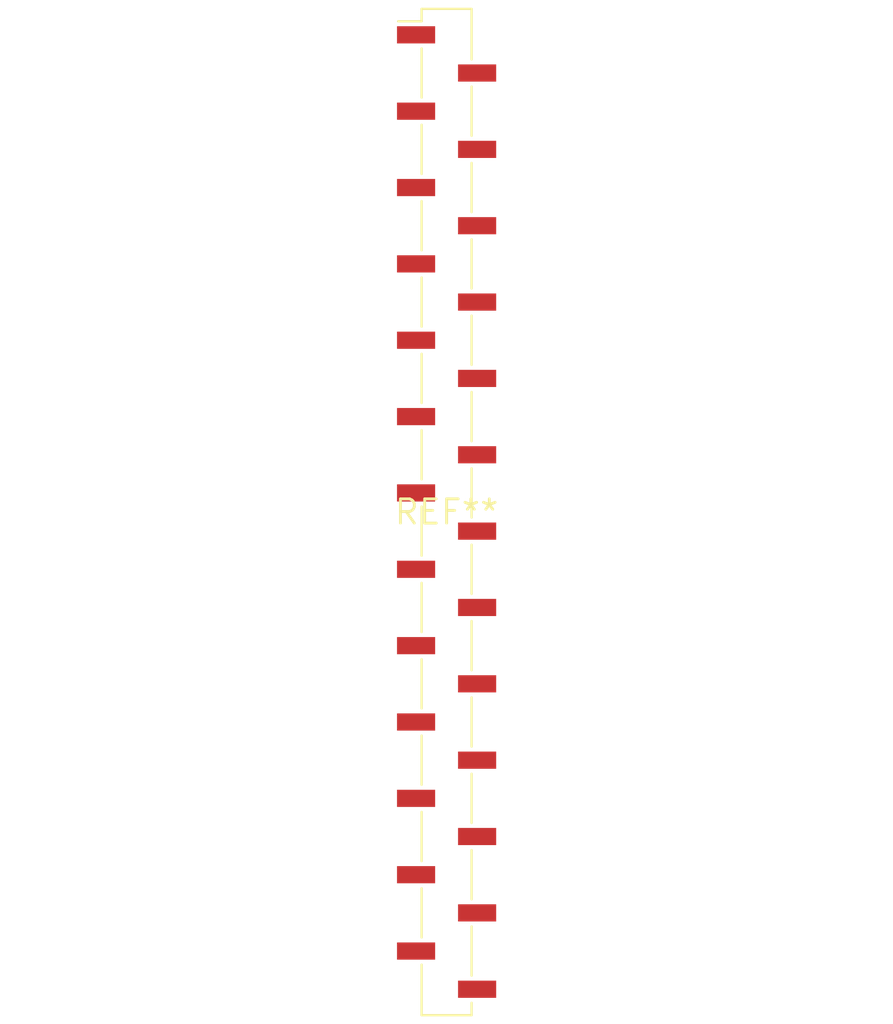
<source format=kicad_pcb>
(kicad_pcb (version 20240108) (generator pcbnew)
  (layers (0 "F.Cu" signal) (31 "B.Cu" signal) (34 "B.Paste" user) (35 "F.Paste" user) (36 "B.SilkS" user "B.Silkscreen") (37 "F.SilkS" user "F.Silkscreen") (38 "B.Mask" user) (39 "F.Mask" user) (44 "Edge.Cuts" user))
  (net 0 "")
  (footprint "PinSocket_1x26_P2.00mm_Vertical_SMD_Pin1Left" (layer "F.Cu") (at 0 0)
    (property "Reference" "REF**")
    (property "Value" "PinSocket_1x26_P2.00mm_Vertical_SMD_Pin1Left")
    (fp_line (start -2.54 -25.71) (end -1.31 -25.71) (layer "F.SilkS") (stroke (width 0.12)))
    (fp_line (start -1.31 -26.36) (end -1.31 -25.71) (layer "F.SilkS") (stroke (width 0.12)))
    (fp_line (start -1.31 -26.36) (end 1.31 -26.36) (layer "F.SilkS") (stroke (width 0.12)))
    (fp_line (start -1.31 -24.29) (end -1.31 -21.71) (layer "F.SilkS") (stroke (width 0.12)))
    (fp_line (start -1.31 -20.29) (end -1.31 -17.71) (layer "F.SilkS") (stroke (width 0.12)))
    (fp_line (start -1.31 -16.29) (end -1.31 -13.71) (layer "F.SilkS") (stroke (width 0.12)))
    (fp_line (start -1.31 -12.29) (end -1.31 -9.71) (layer "F.SilkS") (stroke (width 0.12)))
    (fp_line (start -1.31 -8.29) (end -1.31 -5.71) (layer "F.SilkS") (stroke (width 0.12)))
    (fp_line (start -1.31 -4.29) (end -1.31 -1.71) (layer "F.SilkS") (stroke (width 0.12)))
    (fp_line (start -1.31 -0.29) (end -1.31 2.29) (layer "F.SilkS") (stroke (width 0.12)))
    (fp_line (start -1.31 3.71) (end -1.31 6.29) (layer "F.SilkS") (stroke (width 0.12)))
    (fp_line (start -1.31 7.71) (end -1.31 10.29) (layer "F.SilkS") (stroke (width 0.12)))
    (fp_line (start -1.31 11.71) (end -1.31 14.29) (layer "F.SilkS") (stroke (width 0.12)))
    (fp_line (start -1.31 15.71) (end -1.31 18.29) (layer "F.SilkS") (stroke (width 0.12)))
    (fp_line (start -1.31 19.71) (end -1.31 22.29) (layer "F.SilkS") (stroke (width 0.12)))
    (fp_line (start -1.31 23.71) (end -1.31 26.36) (layer "F.SilkS") (stroke (width 0.12)))
    (fp_line (start -1.31 26.36) (end 1.31 26.36) (layer "F.SilkS") (stroke (width 0.12)))
    (fp_line (start 1.31 -26.36) (end 1.31 -23.71) (layer "F.SilkS") (stroke (width 0.12)))
    (fp_line (start 1.31 -22.29) (end 1.31 -19.71) (layer "F.SilkS") (stroke (width 0.12)))
    (fp_line (start 1.31 -18.29) (end 1.31 -15.71) (layer "F.SilkS") (stroke (width 0.12)))
    (fp_line (start 1.31 -14.29) (end 1.31 -11.71) (layer "F.SilkS") (stroke (width 0.12)))
    (fp_line (start 1.31 -10.29) (end 1.31 -7.71) (layer "F.SilkS") (stroke (width 0.12)))
    (fp_line (start 1.31 -6.29) (end 1.31 -3.71) (layer "F.SilkS") (stroke (width 0.12)))
    (fp_line (start 1.31 -2.29) (end 1.31 0.29) (layer "F.SilkS") (stroke (width 0.12)))
    (fp_line (start 1.31 1.71) (end 1.31 4.29) (layer "F.SilkS") (stroke (width 0.12)))
    (fp_line (start 1.31 5.71) (end 1.31 8.29) (layer "F.SilkS") (stroke (width 0.12)))
    (fp_line (start 1.31 9.71) (end 1.31 12.29) (layer "F.SilkS") (stroke (width 0.12)))
    (fp_line (start 1.31 13.71) (end 1.31 16.29) (layer "F.SilkS") (stroke (width 0.12)))
    (fp_line (start 1.31 17.71) (end 1.31 20.29) (layer "F.SilkS") (stroke (width 0.12)))
    (fp_line (start 1.31 21.71) (end 1.31 24.29) (layer "F.SilkS") (stroke (width 0.12)))
    (fp_line (start 1.31 25.71) (end 1.31 26.36) (layer "F.SilkS") (stroke (width 0.12)))
    (pad "1" smd rect (at -1.6 -25) (size 2 0.9) (layers "F.Cu" "F.Paste" "F.Mask"))
    (pad "2" smd rect (at 1.6 -23) (size 2 0.9) (layers "F.Cu" "F.Paste" "F.Mask"))
    (pad "3" smd rect (at -1.6 -21) (size 2 0.9) (layers "F.Cu" "F.Paste" "F.Mask"))
    (pad "4" smd rect (at 1.6 -19) (size 2 0.9) (layers "F.Cu" "F.Paste" "F.Mask"))
    (pad "5" smd rect (at -1.6 -17) (size 2 0.9) (layers "F.Cu" "F.Paste" "F.Mask"))
    (pad "6" smd rect (at 1.6 -15) (size 2 0.9) (layers "F.Cu" "F.Paste" "F.Mask"))
    (pad "7" smd rect (at -1.6 -13) (size 2 0.9) (layers "F.Cu" "F.Paste" "F.Mask"))
    (pad "8" smd rect (at 1.6 -11) (size 2 0.9) (layers "F.Cu" "F.Paste" "F.Mask"))
    (pad "9" smd rect (at -1.6 -9) (size 2 0.9) (layers "F.Cu" "F.Paste" "F.Mask"))
    (pad "10" smd rect (at 1.6 -7) (size 2 0.9) (layers "F.Cu" "F.Paste" "F.Mask"))
    (pad "11" smd rect (at -1.6 -5) (size 2 0.9) (layers "F.Cu" "F.Paste" "F.Mask"))
    (pad "12" smd rect (at 1.6 -3) (size 2 0.9) (layers "F.Cu" "F.Paste" "F.Mask"))
    (pad "13" smd rect (at -1.6 -1) (size 2 0.9) (layers "F.Cu" "F.Paste" "F.Mask"))
    (pad "14" smd rect (at 1.6 1) (size 2 0.9) (layers "F.Cu" "F.Paste" "F.Mask"))
    (pad "15" smd rect (at -1.6 3) (size 2 0.9) (layers "F.Cu" "F.Paste" "F.Mask"))
    (pad "16" smd rect (at 1.6 5) (size 2 0.9) (layers "F.Cu" "F.Paste" "F.Mask"))
    (pad "17" smd rect (at -1.6 7) (size 2 0.9) (layers "F.Cu" "F.Paste" "F.Mask"))
    (pad "18" smd rect (at 1.6 9) (size 2 0.9) (layers "F.Cu" "F.Paste" "F.Mask"))
    (pad "19" smd rect (at -1.6 11) (size 2 0.9) (layers "F.Cu" "F.Paste" "F.Mask"))
    (pad "20" smd rect (at 1.6 13) (size 2 0.9) (layers "F.Cu" "F.Paste" "F.Mask"))
    (pad "21" smd rect (at -1.6 15) (size 2 0.9) (layers "F.Cu" "F.Paste" "F.Mask"))
    (pad "22" smd rect (at 1.6 17) (size 2 0.9) (layers "F.Cu" "F.Paste" "F.Mask"))
    (pad "23" smd rect (at -1.6 19) (size 2 0.9) (layers "F.Cu" "F.Paste" "F.Mask"))
    (pad "24" smd rect (at 1.6 21) (size 2 0.9) (layers "F.Cu" "F.Paste" "F.Mask"))
    (pad "25" smd rect (at -1.6 23) (size 2 0.9) (layers "F.Cu" "F.Paste" "F.Mask"))
    (pad "26" smd rect (at 1.6 25) (size 2 0.9) (layers "F.Cu" "F.Paste" "F.Mask"))
  )
)
</source>
